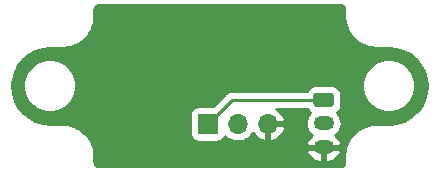
<source format=gbl>
G04 #@! TF.GenerationSoftware,KiCad,Pcbnew,(5.1.10)-1*
G04 #@! TF.CreationDate,2022-09-19T19:11:14+01:00*
G04 #@! TF.ProjectId,12v_servo_driver,3132765f-7365-4727-966f-5f6472697665,rev?*
G04 #@! TF.SameCoordinates,Original*
G04 #@! TF.FileFunction,Copper,L2,Bot*
G04 #@! TF.FilePolarity,Positive*
%FSLAX46Y46*%
G04 Gerber Fmt 4.6, Leading zero omitted, Abs format (unit mm)*
G04 Created by KiCad (PCBNEW (5.1.10)-1) date 2022-09-19 19:11:14*
%MOMM*%
%LPD*%
G01*
G04 APERTURE LIST*
G04 #@! TA.AperFunction,ComponentPad*
%ADD10R,1.700000X1.700000*%
G04 #@! TD*
G04 #@! TA.AperFunction,ComponentPad*
%ADD11O,1.700000X1.700000*%
G04 #@! TD*
G04 #@! TA.AperFunction,ComponentPad*
%ADD12O,1.750000X1.200000*%
G04 #@! TD*
G04 #@! TA.AperFunction,Conductor*
%ADD13C,0.250000*%
G04 #@! TD*
G04 #@! TA.AperFunction,Conductor*
%ADD14C,0.254000*%
G04 #@! TD*
G04 #@! TA.AperFunction,Conductor*
%ADD15C,0.100000*%
G04 #@! TD*
G04 APERTURE END LIST*
D10*
X151409400Y-114350800D03*
D11*
X153949400Y-114350800D03*
X156489400Y-114350800D03*
G04 #@! TA.AperFunction,ComponentPad*
G36*
G01*
X160601499Y-111706100D02*
X161851501Y-111706100D01*
G75*
G02*
X162101500Y-111956099I0J-249999D01*
G01*
X162101500Y-112656101D01*
G75*
G02*
X161851501Y-112906100I-249999J0D01*
G01*
X160601499Y-112906100D01*
G75*
G02*
X160351500Y-112656101I0J249999D01*
G01*
X160351500Y-111956099D01*
G75*
G02*
X160601499Y-111706100I249999J0D01*
G01*
G37*
G04 #@! TD.AperFunction*
D12*
X161226500Y-114306100D03*
X161226500Y-116306100D03*
D13*
X153454100Y-112306100D02*
X151409400Y-114350800D01*
X161226500Y-112306100D02*
X153454100Y-112306100D01*
D14*
X162712496Y-104314101D02*
X162773676Y-104332572D01*
X162830105Y-104362575D01*
X162879618Y-104402958D01*
X162920356Y-104452201D01*
X162950751Y-104508416D01*
X162969647Y-104569461D01*
X162979500Y-104663199D01*
X162979500Y-105251919D01*
X162982354Y-105280897D01*
X162982266Y-105293503D01*
X162983165Y-105302674D01*
X163024618Y-105697077D01*
X163036648Y-105755683D01*
X163047855Y-105814435D01*
X163050519Y-105823257D01*
X163167790Y-106202099D01*
X163190974Y-106257250D01*
X163213380Y-106312708D01*
X163217706Y-106320845D01*
X163406328Y-106669693D01*
X163439783Y-106719292D01*
X163472532Y-106769338D01*
X163478355Y-106776477D01*
X163478358Y-106776481D01*
X163478362Y-106776485D01*
X163731144Y-107082047D01*
X163773561Y-107124169D01*
X163815443Y-107166938D01*
X163822544Y-107172811D01*
X164129869Y-107423460D01*
X164179678Y-107456552D01*
X164229050Y-107490359D01*
X164237156Y-107494741D01*
X164587313Y-107680923D01*
X164642605Y-107703712D01*
X164697601Y-107727284D01*
X164706405Y-107730009D01*
X165086056Y-107844632D01*
X165144750Y-107856254D01*
X165203247Y-107868688D01*
X165212411Y-107869651D01*
X165607096Y-107908350D01*
X165607098Y-107908350D01*
X165639081Y-107911500D01*
X166718721Y-107911500D01*
X167374556Y-107975805D01*
X167974365Y-108156898D01*
X168527569Y-108451042D01*
X169013112Y-108847041D01*
X169412489Y-109329805D01*
X169710489Y-109880944D01*
X169895766Y-110479476D01*
X169961257Y-111102584D01*
X169904471Y-111726559D01*
X169727571Y-112327614D01*
X169437295Y-112882860D01*
X169044695Y-113371155D01*
X168564734Y-113773891D01*
X168015686Y-114075732D01*
X167418466Y-114265182D01*
X166765885Y-114338380D01*
X166748676Y-114338500D01*
X165639081Y-114338500D01*
X165610103Y-114341354D01*
X165597497Y-114341266D01*
X165588326Y-114342166D01*
X165193922Y-114383618D01*
X165135329Y-114395645D01*
X165076565Y-114406855D01*
X165067743Y-114409519D01*
X164688901Y-114526790D01*
X164633750Y-114549974D01*
X164578292Y-114572380D01*
X164570155Y-114576706D01*
X164221307Y-114765328D01*
X164171708Y-114798783D01*
X164121662Y-114831532D01*
X164114521Y-114837356D01*
X163808953Y-115090144D01*
X163766815Y-115132577D01*
X163724062Y-115174443D01*
X163718194Y-115181538D01*
X163718189Y-115181543D01*
X163718185Y-115181548D01*
X163467541Y-115488869D01*
X163434459Y-115538662D01*
X163400641Y-115588051D01*
X163396259Y-115596157D01*
X163210077Y-115946313D01*
X163187276Y-116001633D01*
X163163716Y-116056601D01*
X163160991Y-116065405D01*
X163046368Y-116445056D01*
X163034749Y-116503736D01*
X163022312Y-116562246D01*
X163021349Y-116571411D01*
X162982650Y-116966095D01*
X162979500Y-116998081D01*
X162979500Y-117582421D01*
X162970099Y-117678299D01*
X162951627Y-117739478D01*
X162921627Y-117795901D01*
X162881241Y-117845419D01*
X162831998Y-117886157D01*
X162775784Y-117916551D01*
X162714740Y-117935447D01*
X162621001Y-117945300D01*
X142183379Y-117945300D01*
X142087501Y-117935899D01*
X142026322Y-117917427D01*
X141969899Y-117887427D01*
X141920381Y-117847041D01*
X141879643Y-117797798D01*
X141849249Y-117741584D01*
X141830353Y-117680540D01*
X141820500Y-117586801D01*
X141820500Y-116998081D01*
X141817646Y-116969103D01*
X141817734Y-116956497D01*
X141816834Y-116947326D01*
X141782822Y-116623709D01*
X159758038Y-116623709D01*
X159761909Y-116661382D01*
X159854079Y-116886633D01*
X159988422Y-117089574D01*
X160159775Y-117262407D01*
X160361554Y-117398490D01*
X160586004Y-117492593D01*
X160824500Y-117541100D01*
X161099500Y-117541100D01*
X161099500Y-116433100D01*
X161353500Y-116433100D01*
X161353500Y-117541100D01*
X161628500Y-117541100D01*
X161866996Y-117492593D01*
X162091446Y-117398490D01*
X162293225Y-117262407D01*
X162464578Y-117089574D01*
X162598921Y-116886633D01*
X162691091Y-116661382D01*
X162694962Y-116623709D01*
X162570231Y-116433100D01*
X161353500Y-116433100D01*
X161099500Y-116433100D01*
X159882769Y-116433100D01*
X159758038Y-116623709D01*
X141782822Y-116623709D01*
X141775382Y-116552922D01*
X141763355Y-116494329D01*
X141752145Y-116435565D01*
X141749481Y-116426743D01*
X141632210Y-116047901D01*
X141609026Y-115992750D01*
X141586620Y-115937292D01*
X141582294Y-115929155D01*
X141393672Y-115580307D01*
X141360217Y-115530708D01*
X141327468Y-115480662D01*
X141321644Y-115473521D01*
X141068856Y-115167953D01*
X141026423Y-115125815D01*
X140984557Y-115083062D01*
X140977462Y-115077194D01*
X140977457Y-115077189D01*
X140977452Y-115077185D01*
X140670131Y-114826541D01*
X140620338Y-114793459D01*
X140570949Y-114759641D01*
X140562843Y-114755259D01*
X140212687Y-114569077D01*
X140157367Y-114546276D01*
X140102399Y-114522716D01*
X140093599Y-114519992D01*
X140093593Y-114519990D01*
X139713944Y-114405368D01*
X139655264Y-114393749D01*
X139596754Y-114381312D01*
X139587589Y-114380349D01*
X139192905Y-114341650D01*
X139192902Y-114341650D01*
X139160919Y-114338500D01*
X138081279Y-114338500D01*
X137425443Y-114274195D01*
X136825636Y-114093102D01*
X136272429Y-113798956D01*
X135906854Y-113500800D01*
X149921328Y-113500800D01*
X149921328Y-115200800D01*
X149933588Y-115325282D01*
X149969898Y-115444980D01*
X150028863Y-115555294D01*
X150108215Y-115651985D01*
X150204906Y-115731337D01*
X150315220Y-115790302D01*
X150434918Y-115826612D01*
X150559400Y-115838872D01*
X152259400Y-115838872D01*
X152383882Y-115826612D01*
X152503580Y-115790302D01*
X152613894Y-115731337D01*
X152710585Y-115651985D01*
X152789937Y-115555294D01*
X152848902Y-115444980D01*
X152870913Y-115372420D01*
X153002768Y-115504275D01*
X153245989Y-115666790D01*
X153516242Y-115778732D01*
X153803140Y-115835800D01*
X154095660Y-115835800D01*
X154382558Y-115778732D01*
X154652811Y-115666790D01*
X154896032Y-115504275D01*
X155102875Y-115297432D01*
X155224595Y-115115266D01*
X155294222Y-115232155D01*
X155489131Y-115448388D01*
X155722480Y-115622441D01*
X155985301Y-115747625D01*
X156132510Y-115792276D01*
X156362400Y-115670955D01*
X156362400Y-114477800D01*
X156616400Y-114477800D01*
X156616400Y-115670955D01*
X156846290Y-115792276D01*
X156993499Y-115747625D01*
X157256320Y-115622441D01*
X157489669Y-115448388D01*
X157684578Y-115232155D01*
X157833557Y-114982052D01*
X157930881Y-114707691D01*
X157810214Y-114477800D01*
X156616400Y-114477800D01*
X156362400Y-114477800D01*
X156342400Y-114477800D01*
X156342400Y-114223800D01*
X156362400Y-114223800D01*
X156362400Y-114203800D01*
X156616400Y-114203800D01*
X156616400Y-114223800D01*
X157810214Y-114223800D01*
X157930881Y-113993909D01*
X157833557Y-113719548D01*
X157684578Y-113469445D01*
X157489669Y-113253212D01*
X157256320Y-113079159D01*
X157228903Y-113066100D01*
X159818524Y-113066100D01*
X159863095Y-113149487D01*
X159973538Y-113284062D01*
X160108113Y-113394505D01*
X160112611Y-113396909D01*
X160073998Y-113428598D01*
X159919667Y-113616651D01*
X159804989Y-113831199D01*
X159734370Y-114063998D01*
X159710525Y-114306100D01*
X159734370Y-114548202D01*
X159804989Y-114781001D01*
X159919667Y-114995549D01*
X160073998Y-115183602D01*
X160223848Y-115306581D01*
X160159775Y-115349793D01*
X159988422Y-115522626D01*
X159854079Y-115725567D01*
X159761909Y-115950818D01*
X159758038Y-115988491D01*
X159882769Y-116179100D01*
X161099500Y-116179100D01*
X161099500Y-116159100D01*
X161353500Y-116159100D01*
X161353500Y-116179100D01*
X162570231Y-116179100D01*
X162694962Y-115988491D01*
X162691091Y-115950818D01*
X162598921Y-115725567D01*
X162464578Y-115522626D01*
X162293225Y-115349793D01*
X162229152Y-115306581D01*
X162379002Y-115183602D01*
X162533333Y-114995549D01*
X162648011Y-114781001D01*
X162718630Y-114548202D01*
X162742475Y-114306100D01*
X162718630Y-114063998D01*
X162648011Y-113831199D01*
X162533333Y-113616651D01*
X162379002Y-113428598D01*
X162340389Y-113396909D01*
X162344887Y-113394505D01*
X162479462Y-113284062D01*
X162589905Y-113149487D01*
X162671972Y-112995951D01*
X162722508Y-112829355D01*
X162739572Y-112656101D01*
X162739572Y-111956099D01*
X162722508Y-111782845D01*
X162671972Y-111616249D01*
X162589905Y-111462713D01*
X162479462Y-111328138D01*
X162344887Y-111217695D01*
X162191351Y-111135628D01*
X162024755Y-111085092D01*
X161851501Y-111068028D01*
X160601499Y-111068028D01*
X160428245Y-111085092D01*
X160261649Y-111135628D01*
X160108113Y-111217695D01*
X159973538Y-111328138D01*
X159863095Y-111462713D01*
X159818524Y-111546100D01*
X153491422Y-111546100D01*
X153454099Y-111542424D01*
X153416776Y-111546100D01*
X153416767Y-111546100D01*
X153305114Y-111557097D01*
X153161853Y-111600554D01*
X153029824Y-111671126D01*
X153029822Y-111671127D01*
X153029823Y-111671127D01*
X152943096Y-111742301D01*
X152943092Y-111742305D01*
X152914099Y-111766099D01*
X152890305Y-111795092D01*
X151822670Y-112862728D01*
X150559400Y-112862728D01*
X150434918Y-112874988D01*
X150315220Y-112911298D01*
X150204906Y-112970263D01*
X150108215Y-113049615D01*
X150028863Y-113146306D01*
X149969898Y-113256620D01*
X149933588Y-113376318D01*
X149921328Y-113500800D01*
X135906854Y-113500800D01*
X135786888Y-113402959D01*
X135387511Y-112920195D01*
X135089512Y-112369057D01*
X134904234Y-111770524D01*
X134838743Y-111147416D01*
X134860816Y-110904872D01*
X135814000Y-110904872D01*
X135814000Y-111345128D01*
X135899890Y-111776925D01*
X136068369Y-112183669D01*
X136312962Y-112549729D01*
X136624271Y-112861038D01*
X136990331Y-113105631D01*
X137397075Y-113274110D01*
X137828872Y-113360000D01*
X138269128Y-113360000D01*
X138700925Y-113274110D01*
X139107669Y-113105631D01*
X139473729Y-112861038D01*
X139785038Y-112549729D01*
X140029631Y-112183669D01*
X140198110Y-111776925D01*
X140284000Y-111345128D01*
X140284000Y-110904872D01*
X164516000Y-110904872D01*
X164516000Y-111345128D01*
X164601890Y-111776925D01*
X164770369Y-112183669D01*
X165014962Y-112549729D01*
X165326271Y-112861038D01*
X165692331Y-113105631D01*
X166099075Y-113274110D01*
X166530872Y-113360000D01*
X166971128Y-113360000D01*
X167402925Y-113274110D01*
X167809669Y-113105631D01*
X168175729Y-112861038D01*
X168487038Y-112549729D01*
X168731631Y-112183669D01*
X168900110Y-111776925D01*
X168986000Y-111345128D01*
X168986000Y-110904872D01*
X168900110Y-110473075D01*
X168731631Y-110066331D01*
X168487038Y-109700271D01*
X168175729Y-109388962D01*
X167809669Y-109144369D01*
X167402925Y-108975890D01*
X166971128Y-108890000D01*
X166530872Y-108890000D01*
X166099075Y-108975890D01*
X165692331Y-109144369D01*
X165326271Y-109388962D01*
X165014962Y-109700271D01*
X164770369Y-110066331D01*
X164601890Y-110473075D01*
X164516000Y-110904872D01*
X140284000Y-110904872D01*
X140198110Y-110473075D01*
X140029631Y-110066331D01*
X139785038Y-109700271D01*
X139473729Y-109388962D01*
X139107669Y-109144369D01*
X138700925Y-108975890D01*
X138269128Y-108890000D01*
X137828872Y-108890000D01*
X137397075Y-108975890D01*
X136990331Y-109144369D01*
X136624271Y-109388962D01*
X136312962Y-109700271D01*
X136068369Y-110066331D01*
X135899890Y-110473075D01*
X135814000Y-110904872D01*
X134860816Y-110904872D01*
X134895529Y-110523439D01*
X135072428Y-109922388D01*
X135362705Y-109367140D01*
X135755305Y-108878845D01*
X136235269Y-108476108D01*
X136784312Y-108174268D01*
X137381534Y-107984818D01*
X138034115Y-107911620D01*
X138051323Y-107911500D01*
X139160919Y-107911500D01*
X139189897Y-107908646D01*
X139202503Y-107908734D01*
X139211674Y-107907835D01*
X139606077Y-107866382D01*
X139664683Y-107854352D01*
X139723435Y-107843145D01*
X139732257Y-107840481D01*
X140111099Y-107723210D01*
X140166250Y-107700026D01*
X140221708Y-107677620D01*
X140229845Y-107673294D01*
X140578693Y-107484672D01*
X140628292Y-107451217D01*
X140678338Y-107418468D01*
X140685477Y-107412645D01*
X140685481Y-107412642D01*
X140685485Y-107412638D01*
X140991047Y-107159856D01*
X141033169Y-107117439D01*
X141075938Y-107075557D01*
X141081811Y-107068456D01*
X141332460Y-106761131D01*
X141365552Y-106711322D01*
X141399359Y-106661950D01*
X141403741Y-106653844D01*
X141589923Y-106303687D01*
X141612712Y-106248395D01*
X141636284Y-106193399D01*
X141639009Y-106184595D01*
X141753632Y-105804944D01*
X141765254Y-105746250D01*
X141777688Y-105687753D01*
X141778651Y-105678589D01*
X141817350Y-105283904D01*
X141817350Y-105283902D01*
X141820500Y-105251919D01*
X141820500Y-104667579D01*
X141829901Y-104571704D01*
X141848372Y-104510524D01*
X141878375Y-104454095D01*
X141918758Y-104404582D01*
X141968001Y-104363844D01*
X142024216Y-104333449D01*
X142085261Y-104314553D01*
X142178999Y-104304700D01*
X162616621Y-104304700D01*
X162712496Y-104314101D01*
G04 #@! TA.AperFunction,Conductor*
D15*
G36*
X162712496Y-104314101D02*
G01*
X162773676Y-104332572D01*
X162830105Y-104362575D01*
X162879618Y-104402958D01*
X162920356Y-104452201D01*
X162950751Y-104508416D01*
X162969647Y-104569461D01*
X162979500Y-104663199D01*
X162979500Y-105251919D01*
X162982354Y-105280897D01*
X162982266Y-105293503D01*
X162983165Y-105302674D01*
X163024618Y-105697077D01*
X163036648Y-105755683D01*
X163047855Y-105814435D01*
X163050519Y-105823257D01*
X163167790Y-106202099D01*
X163190974Y-106257250D01*
X163213380Y-106312708D01*
X163217706Y-106320845D01*
X163406328Y-106669693D01*
X163439783Y-106719292D01*
X163472532Y-106769338D01*
X163478355Y-106776477D01*
X163478358Y-106776481D01*
X163478362Y-106776485D01*
X163731144Y-107082047D01*
X163773561Y-107124169D01*
X163815443Y-107166938D01*
X163822544Y-107172811D01*
X164129869Y-107423460D01*
X164179678Y-107456552D01*
X164229050Y-107490359D01*
X164237156Y-107494741D01*
X164587313Y-107680923D01*
X164642605Y-107703712D01*
X164697601Y-107727284D01*
X164706405Y-107730009D01*
X165086056Y-107844632D01*
X165144750Y-107856254D01*
X165203247Y-107868688D01*
X165212411Y-107869651D01*
X165607096Y-107908350D01*
X165607098Y-107908350D01*
X165639081Y-107911500D01*
X166718721Y-107911500D01*
X167374556Y-107975805D01*
X167974365Y-108156898D01*
X168527569Y-108451042D01*
X169013112Y-108847041D01*
X169412489Y-109329805D01*
X169710489Y-109880944D01*
X169895766Y-110479476D01*
X169961257Y-111102584D01*
X169904471Y-111726559D01*
X169727571Y-112327614D01*
X169437295Y-112882860D01*
X169044695Y-113371155D01*
X168564734Y-113773891D01*
X168015686Y-114075732D01*
X167418466Y-114265182D01*
X166765885Y-114338380D01*
X166748676Y-114338500D01*
X165639081Y-114338500D01*
X165610103Y-114341354D01*
X165597497Y-114341266D01*
X165588326Y-114342166D01*
X165193922Y-114383618D01*
X165135329Y-114395645D01*
X165076565Y-114406855D01*
X165067743Y-114409519D01*
X164688901Y-114526790D01*
X164633750Y-114549974D01*
X164578292Y-114572380D01*
X164570155Y-114576706D01*
X164221307Y-114765328D01*
X164171708Y-114798783D01*
X164121662Y-114831532D01*
X164114521Y-114837356D01*
X163808953Y-115090144D01*
X163766815Y-115132577D01*
X163724062Y-115174443D01*
X163718194Y-115181538D01*
X163718189Y-115181543D01*
X163718185Y-115181548D01*
X163467541Y-115488869D01*
X163434459Y-115538662D01*
X163400641Y-115588051D01*
X163396259Y-115596157D01*
X163210077Y-115946313D01*
X163187276Y-116001633D01*
X163163716Y-116056601D01*
X163160991Y-116065405D01*
X163046368Y-116445056D01*
X163034749Y-116503736D01*
X163022312Y-116562246D01*
X163021349Y-116571411D01*
X162982650Y-116966095D01*
X162979500Y-116998081D01*
X162979500Y-117582421D01*
X162970099Y-117678299D01*
X162951627Y-117739478D01*
X162921627Y-117795901D01*
X162881241Y-117845419D01*
X162831998Y-117886157D01*
X162775784Y-117916551D01*
X162714740Y-117935447D01*
X162621001Y-117945300D01*
X142183379Y-117945300D01*
X142087501Y-117935899D01*
X142026322Y-117917427D01*
X141969899Y-117887427D01*
X141920381Y-117847041D01*
X141879643Y-117797798D01*
X141849249Y-117741584D01*
X141830353Y-117680540D01*
X141820500Y-117586801D01*
X141820500Y-116998081D01*
X141817646Y-116969103D01*
X141817734Y-116956497D01*
X141816834Y-116947326D01*
X141782822Y-116623709D01*
X159758038Y-116623709D01*
X159761909Y-116661382D01*
X159854079Y-116886633D01*
X159988422Y-117089574D01*
X160159775Y-117262407D01*
X160361554Y-117398490D01*
X160586004Y-117492593D01*
X160824500Y-117541100D01*
X161099500Y-117541100D01*
X161099500Y-116433100D01*
X161353500Y-116433100D01*
X161353500Y-117541100D01*
X161628500Y-117541100D01*
X161866996Y-117492593D01*
X162091446Y-117398490D01*
X162293225Y-117262407D01*
X162464578Y-117089574D01*
X162598921Y-116886633D01*
X162691091Y-116661382D01*
X162694962Y-116623709D01*
X162570231Y-116433100D01*
X161353500Y-116433100D01*
X161099500Y-116433100D01*
X159882769Y-116433100D01*
X159758038Y-116623709D01*
X141782822Y-116623709D01*
X141775382Y-116552922D01*
X141763355Y-116494329D01*
X141752145Y-116435565D01*
X141749481Y-116426743D01*
X141632210Y-116047901D01*
X141609026Y-115992750D01*
X141586620Y-115937292D01*
X141582294Y-115929155D01*
X141393672Y-115580307D01*
X141360217Y-115530708D01*
X141327468Y-115480662D01*
X141321644Y-115473521D01*
X141068856Y-115167953D01*
X141026423Y-115125815D01*
X140984557Y-115083062D01*
X140977462Y-115077194D01*
X140977457Y-115077189D01*
X140977452Y-115077185D01*
X140670131Y-114826541D01*
X140620338Y-114793459D01*
X140570949Y-114759641D01*
X140562843Y-114755259D01*
X140212687Y-114569077D01*
X140157367Y-114546276D01*
X140102399Y-114522716D01*
X140093599Y-114519992D01*
X140093593Y-114519990D01*
X139713944Y-114405368D01*
X139655264Y-114393749D01*
X139596754Y-114381312D01*
X139587589Y-114380349D01*
X139192905Y-114341650D01*
X139192902Y-114341650D01*
X139160919Y-114338500D01*
X138081279Y-114338500D01*
X137425443Y-114274195D01*
X136825636Y-114093102D01*
X136272429Y-113798956D01*
X135906854Y-113500800D01*
X149921328Y-113500800D01*
X149921328Y-115200800D01*
X149933588Y-115325282D01*
X149969898Y-115444980D01*
X150028863Y-115555294D01*
X150108215Y-115651985D01*
X150204906Y-115731337D01*
X150315220Y-115790302D01*
X150434918Y-115826612D01*
X150559400Y-115838872D01*
X152259400Y-115838872D01*
X152383882Y-115826612D01*
X152503580Y-115790302D01*
X152613894Y-115731337D01*
X152710585Y-115651985D01*
X152789937Y-115555294D01*
X152848902Y-115444980D01*
X152870913Y-115372420D01*
X153002768Y-115504275D01*
X153245989Y-115666790D01*
X153516242Y-115778732D01*
X153803140Y-115835800D01*
X154095660Y-115835800D01*
X154382558Y-115778732D01*
X154652811Y-115666790D01*
X154896032Y-115504275D01*
X155102875Y-115297432D01*
X155224595Y-115115266D01*
X155294222Y-115232155D01*
X155489131Y-115448388D01*
X155722480Y-115622441D01*
X155985301Y-115747625D01*
X156132510Y-115792276D01*
X156362400Y-115670955D01*
X156362400Y-114477800D01*
X156616400Y-114477800D01*
X156616400Y-115670955D01*
X156846290Y-115792276D01*
X156993499Y-115747625D01*
X157256320Y-115622441D01*
X157489669Y-115448388D01*
X157684578Y-115232155D01*
X157833557Y-114982052D01*
X157930881Y-114707691D01*
X157810214Y-114477800D01*
X156616400Y-114477800D01*
X156362400Y-114477800D01*
X156342400Y-114477800D01*
X156342400Y-114223800D01*
X156362400Y-114223800D01*
X156362400Y-114203800D01*
X156616400Y-114203800D01*
X156616400Y-114223800D01*
X157810214Y-114223800D01*
X157930881Y-113993909D01*
X157833557Y-113719548D01*
X157684578Y-113469445D01*
X157489669Y-113253212D01*
X157256320Y-113079159D01*
X157228903Y-113066100D01*
X159818524Y-113066100D01*
X159863095Y-113149487D01*
X159973538Y-113284062D01*
X160108113Y-113394505D01*
X160112611Y-113396909D01*
X160073998Y-113428598D01*
X159919667Y-113616651D01*
X159804989Y-113831199D01*
X159734370Y-114063998D01*
X159710525Y-114306100D01*
X159734370Y-114548202D01*
X159804989Y-114781001D01*
X159919667Y-114995549D01*
X160073998Y-115183602D01*
X160223848Y-115306581D01*
X160159775Y-115349793D01*
X159988422Y-115522626D01*
X159854079Y-115725567D01*
X159761909Y-115950818D01*
X159758038Y-115988491D01*
X159882769Y-116179100D01*
X161099500Y-116179100D01*
X161099500Y-116159100D01*
X161353500Y-116159100D01*
X161353500Y-116179100D01*
X162570231Y-116179100D01*
X162694962Y-115988491D01*
X162691091Y-115950818D01*
X162598921Y-115725567D01*
X162464578Y-115522626D01*
X162293225Y-115349793D01*
X162229152Y-115306581D01*
X162379002Y-115183602D01*
X162533333Y-114995549D01*
X162648011Y-114781001D01*
X162718630Y-114548202D01*
X162742475Y-114306100D01*
X162718630Y-114063998D01*
X162648011Y-113831199D01*
X162533333Y-113616651D01*
X162379002Y-113428598D01*
X162340389Y-113396909D01*
X162344887Y-113394505D01*
X162479462Y-113284062D01*
X162589905Y-113149487D01*
X162671972Y-112995951D01*
X162722508Y-112829355D01*
X162739572Y-112656101D01*
X162739572Y-111956099D01*
X162722508Y-111782845D01*
X162671972Y-111616249D01*
X162589905Y-111462713D01*
X162479462Y-111328138D01*
X162344887Y-111217695D01*
X162191351Y-111135628D01*
X162024755Y-111085092D01*
X161851501Y-111068028D01*
X160601499Y-111068028D01*
X160428245Y-111085092D01*
X160261649Y-111135628D01*
X160108113Y-111217695D01*
X159973538Y-111328138D01*
X159863095Y-111462713D01*
X159818524Y-111546100D01*
X153491422Y-111546100D01*
X153454099Y-111542424D01*
X153416776Y-111546100D01*
X153416767Y-111546100D01*
X153305114Y-111557097D01*
X153161853Y-111600554D01*
X153029824Y-111671126D01*
X153029822Y-111671127D01*
X153029823Y-111671127D01*
X152943096Y-111742301D01*
X152943092Y-111742305D01*
X152914099Y-111766099D01*
X152890305Y-111795092D01*
X151822670Y-112862728D01*
X150559400Y-112862728D01*
X150434918Y-112874988D01*
X150315220Y-112911298D01*
X150204906Y-112970263D01*
X150108215Y-113049615D01*
X150028863Y-113146306D01*
X149969898Y-113256620D01*
X149933588Y-113376318D01*
X149921328Y-113500800D01*
X135906854Y-113500800D01*
X135786888Y-113402959D01*
X135387511Y-112920195D01*
X135089512Y-112369057D01*
X134904234Y-111770524D01*
X134838743Y-111147416D01*
X134860816Y-110904872D01*
X135814000Y-110904872D01*
X135814000Y-111345128D01*
X135899890Y-111776925D01*
X136068369Y-112183669D01*
X136312962Y-112549729D01*
X136624271Y-112861038D01*
X136990331Y-113105631D01*
X137397075Y-113274110D01*
X137828872Y-113360000D01*
X138269128Y-113360000D01*
X138700925Y-113274110D01*
X139107669Y-113105631D01*
X139473729Y-112861038D01*
X139785038Y-112549729D01*
X140029631Y-112183669D01*
X140198110Y-111776925D01*
X140284000Y-111345128D01*
X140284000Y-110904872D01*
X164516000Y-110904872D01*
X164516000Y-111345128D01*
X164601890Y-111776925D01*
X164770369Y-112183669D01*
X165014962Y-112549729D01*
X165326271Y-112861038D01*
X165692331Y-113105631D01*
X166099075Y-113274110D01*
X166530872Y-113360000D01*
X166971128Y-113360000D01*
X167402925Y-113274110D01*
X167809669Y-113105631D01*
X168175729Y-112861038D01*
X168487038Y-112549729D01*
X168731631Y-112183669D01*
X168900110Y-111776925D01*
X168986000Y-111345128D01*
X168986000Y-110904872D01*
X168900110Y-110473075D01*
X168731631Y-110066331D01*
X168487038Y-109700271D01*
X168175729Y-109388962D01*
X167809669Y-109144369D01*
X167402925Y-108975890D01*
X166971128Y-108890000D01*
X166530872Y-108890000D01*
X166099075Y-108975890D01*
X165692331Y-109144369D01*
X165326271Y-109388962D01*
X165014962Y-109700271D01*
X164770369Y-110066331D01*
X164601890Y-110473075D01*
X164516000Y-110904872D01*
X140284000Y-110904872D01*
X140198110Y-110473075D01*
X140029631Y-110066331D01*
X139785038Y-109700271D01*
X139473729Y-109388962D01*
X139107669Y-109144369D01*
X138700925Y-108975890D01*
X138269128Y-108890000D01*
X137828872Y-108890000D01*
X137397075Y-108975890D01*
X136990331Y-109144369D01*
X136624271Y-109388962D01*
X136312962Y-109700271D01*
X136068369Y-110066331D01*
X135899890Y-110473075D01*
X135814000Y-110904872D01*
X134860816Y-110904872D01*
X134895529Y-110523439D01*
X135072428Y-109922388D01*
X135362705Y-109367140D01*
X135755305Y-108878845D01*
X136235269Y-108476108D01*
X136784312Y-108174268D01*
X137381534Y-107984818D01*
X138034115Y-107911620D01*
X138051323Y-107911500D01*
X139160919Y-107911500D01*
X139189897Y-107908646D01*
X139202503Y-107908734D01*
X139211674Y-107907835D01*
X139606077Y-107866382D01*
X139664683Y-107854352D01*
X139723435Y-107843145D01*
X139732257Y-107840481D01*
X140111099Y-107723210D01*
X140166250Y-107700026D01*
X140221708Y-107677620D01*
X140229845Y-107673294D01*
X140578693Y-107484672D01*
X140628292Y-107451217D01*
X140678338Y-107418468D01*
X140685477Y-107412645D01*
X140685481Y-107412642D01*
X140685485Y-107412638D01*
X140991047Y-107159856D01*
X141033169Y-107117439D01*
X141075938Y-107075557D01*
X141081811Y-107068456D01*
X141332460Y-106761131D01*
X141365552Y-106711322D01*
X141399359Y-106661950D01*
X141403741Y-106653844D01*
X141589923Y-106303687D01*
X141612712Y-106248395D01*
X141636284Y-106193399D01*
X141639009Y-106184595D01*
X141753632Y-105804944D01*
X141765254Y-105746250D01*
X141777688Y-105687753D01*
X141778651Y-105678589D01*
X141817350Y-105283904D01*
X141817350Y-105283902D01*
X141820500Y-105251919D01*
X141820500Y-104667579D01*
X141829901Y-104571704D01*
X141848372Y-104510524D01*
X141878375Y-104454095D01*
X141918758Y-104404582D01*
X141968001Y-104363844D01*
X142024216Y-104333449D01*
X142085261Y-104314553D01*
X142178999Y-104304700D01*
X162616621Y-104304700D01*
X162712496Y-104314101D01*
G37*
G04 #@! TD.AperFunction*
M02*

</source>
